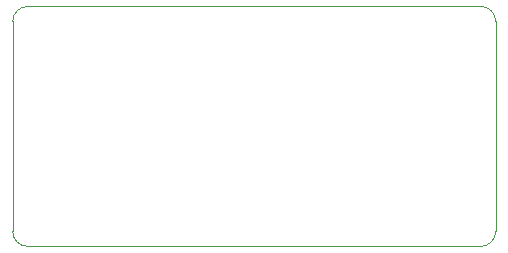
<source format=gbr>
%TF.GenerationSoftware,KiCad,Pcbnew,6.0.11+dfsg-1~bpo11+1*%
%TF.CreationDate,2023-10-01T20:30:49+02:00*%
%TF.ProjectId,ICE40UP-Development-Board,49434534-3055-4502-9d44-6576656c6f70,v0.1*%
%TF.SameCoordinates,Original*%
%TF.FileFunction,Profile,NP*%
%FSLAX46Y46*%
G04 Gerber Fmt 4.6, Leading zero omitted, Abs format (unit mm)*
G04 Created by KiCad (PCBNEW 6.0.11+dfsg-1~bpo11+1) date 2023-10-01 20:30:49*
%MOMM*%
%LPD*%
G01*
G04 APERTURE LIST*
%TA.AperFunction,Profile*%
%ADD10C,0.100000*%
%TD*%
G04 APERTURE END LIST*
D10*
X45720000Y-96520000D02*
G75*
G03*
X46990000Y-97790000I1270000J0D01*
G01*
X86614000Y-78740000D02*
G75*
G03*
X85344000Y-77470000I-1269900J100D01*
G01*
X46990005Y-97790013D02*
X85344000Y-97789987D01*
X85344000Y-97790000D02*
G75*
G03*
X86614000Y-96519987I0J1270000D01*
G01*
X86614018Y-96520007D02*
X86614000Y-78740000D01*
X46990000Y-77470000D02*
G75*
G03*
X45720000Y-78740000I0J-1270000D01*
G01*
X45720000Y-78740000D02*
X45720000Y-96520000D01*
X85344000Y-77470000D02*
X46990000Y-77470000D01*
M02*

</source>
